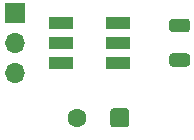
<source format=gbr>
%TF.GenerationSoftware,KiCad,Pcbnew,5.1.11-e4df9d881f~92~ubuntu21.04.1*%
%TF.CreationDate,2021-10-31T17:42:42-07:00*%
%TF.ProjectId,attiny402_rgb-pendant,61747469-6e79-4343-9032-5f7267622d70,1.0*%
%TF.SameCoordinates,Original*%
%TF.FileFunction,Soldermask,Top*%
%TF.FilePolarity,Negative*%
%FSLAX46Y46*%
G04 Gerber Fmt 4.6, Leading zero omitted, Abs format (unit mm)*
G04 Created by KiCad (PCBNEW 5.1.11-e4df9d881f~92~ubuntu21.04.1) date 2021-10-31 17:42:42*
%MOMM*%
%LPD*%
G01*
G04 APERTURE LIST*
%ADD10O,1.700000X1.700000*%
%ADD11R,1.700000X1.700000*%
%ADD12R,2.000000X1.100000*%
%ADD13C,1.600000*%
G04 APERTURE END LIST*
%TO.C,R1*%
G36*
G01*
X155584998Y-93610000D02*
X156835002Y-93610000D01*
G75*
G02*
X157085000Y-93859998I0J-249998D01*
G01*
X157085000Y-94485002D01*
G75*
G02*
X156835002Y-94735000I-249998J0D01*
G01*
X155584998Y-94735000D01*
G75*
G02*
X155335000Y-94485002I0J249998D01*
G01*
X155335000Y-93859998D01*
G75*
G02*
X155584998Y-93610000I249998J0D01*
G01*
G37*
G36*
G01*
X155584998Y-90685000D02*
X156835002Y-90685000D01*
G75*
G02*
X157085000Y-90934998I0J-249998D01*
G01*
X157085000Y-91560002D01*
G75*
G02*
X156835002Y-91810000I-249998J0D01*
G01*
X155584998Y-91810000D01*
G75*
G02*
X155335000Y-91560002I0J249998D01*
G01*
X155335000Y-90934998D01*
G75*
G02*
X155584998Y-90685000I249998J0D01*
G01*
G37*
%TD*%
D10*
%TO.C,J1*%
X142240000Y-95250000D03*
X142240000Y-92710000D03*
D11*
X142240000Y-90170000D03*
%TD*%
D12*
%TO.C,D1*%
X150990000Y-91010000D03*
X150990000Y-92710000D03*
X150990000Y-94410000D03*
X146190000Y-94410000D03*
X146190000Y-92710000D03*
X146190000Y-91010000D03*
%TD*%
D13*
%TO.C,BT1*%
X147530000Y-99060000D03*
G36*
G01*
X151930000Y-98510000D02*
X151930000Y-99610000D01*
G75*
G02*
X151680000Y-99860000I-250000J0D01*
G01*
X150580000Y-99860000D01*
G75*
G02*
X150330000Y-99610000I0J250000D01*
G01*
X150330000Y-98510000D01*
G75*
G02*
X150580000Y-98260000I250000J0D01*
G01*
X151680000Y-98260000D01*
G75*
G02*
X151930000Y-98510000I0J-250000D01*
G01*
G37*
%TD*%
M02*

</source>
